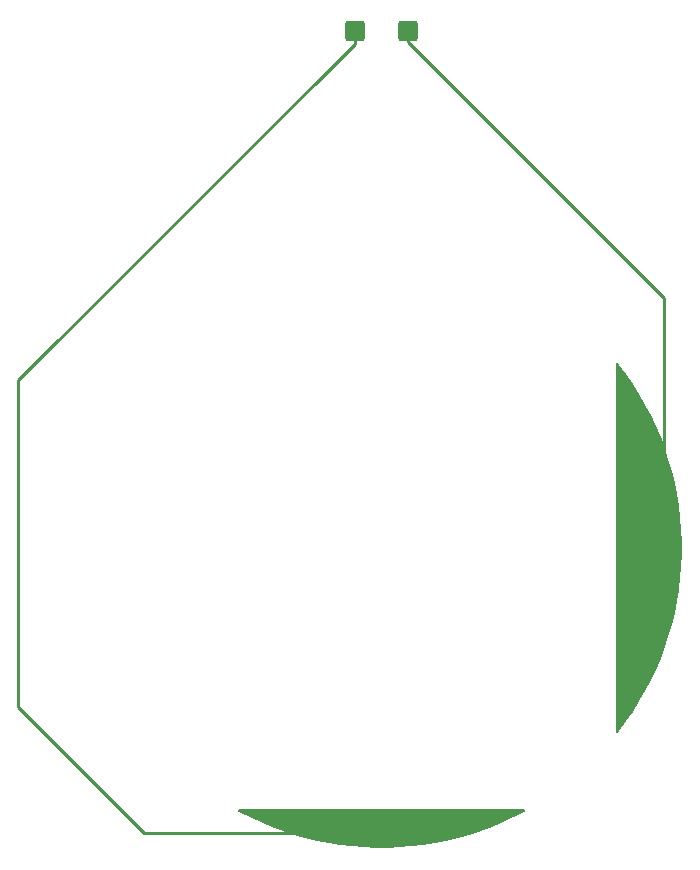
<source format=gbr>
%TF.GenerationSoftware,KiCad,Pcbnew,7.0.6*%
%TF.CreationDate,2024-02-05T15:04:14-06:00*%
%TF.ProjectId,TopProbeCard,546f7050-726f-4626-9543-6172642e6b69,rev?*%
%TF.SameCoordinates,Original*%
%TF.FileFunction,Copper,L2,Bot*%
%TF.FilePolarity,Positive*%
%FSLAX46Y46*%
G04 Gerber Fmt 4.6, Leading zero omitted, Abs format (unit mm)*
G04 Created by KiCad (PCBNEW 7.0.6) date 2024-02-05 15:04:14*
%MOMM*%
%LPD*%
G01*
G04 APERTURE LIST*
G04 Aperture macros list*
%AMRoundRect*
0 Rectangle with rounded corners*
0 $1 Rounding radius*
0 $2 $3 $4 $5 $6 $7 $8 $9 X,Y pos of 4 corners*
0 Add a 4 corners polygon primitive as box body*
4,1,4,$2,$3,$4,$5,$6,$7,$8,$9,$2,$3,0*
0 Add four circle primitives for the rounded corners*
1,1,$1+$1,$2,$3*
1,1,$1+$1,$4,$5*
1,1,$1+$1,$6,$7*
1,1,$1+$1,$8,$9*
0 Add four rect primitives between the rounded corners*
20,1,$1+$1,$2,$3,$4,$5,0*
20,1,$1+$1,$4,$5,$6,$7,0*
20,1,$1+$1,$6,$7,$8,$9,0*
20,1,$1+$1,$8,$9,$2,$3,0*%
G04 Aperture macros list end*
%TA.AperFunction,ComponentPad*%
%ADD10RoundRect,0.250000X-0.600000X-0.600000X0.600000X-0.600000X0.600000X0.600000X-0.600000X0.600000X0*%
%TD*%
%TA.AperFunction,Conductor*%
%ADD11C,0.250000*%
%TD*%
G04 APERTURE END LIST*
D10*
%TO.P,,1*%
%TO.N,N/C*%
X77250000Y-36224999D03*
%TD*%
%TO.P,,1*%
%TO.N,N/C*%
X72750000Y-36224999D03*
%TD*%
D11*
%TO.N,*%
X44220833Y-65831805D02*
X44220833Y-93450805D01*
X72750000Y-37302638D02*
X44220833Y-65831805D01*
X77250000Y-36224999D02*
X77250000Y-37174972D01*
X54895833Y-104125805D02*
X68559833Y-104125805D01*
X77250000Y-37174972D02*
X98938833Y-58863805D01*
X44220833Y-93450805D02*
X54895833Y-104125805D01*
X98938833Y-58863805D02*
X98938833Y-76081805D01*
X72750000Y-36224999D02*
X72750000Y-37302638D01*
%TD*%
%TA.AperFunction,NonConductor*%
G36*
X87084093Y-102134541D02*
G01*
X87129848Y-102187345D01*
X87139792Y-102256503D01*
X87110767Y-102320059D01*
X87077518Y-102347116D01*
X87056641Y-102358776D01*
X87052852Y-102360807D01*
X86163273Y-102817934D01*
X86158867Y-102820089D01*
X85252172Y-103241555D01*
X85247684Y-103243534D01*
X84325065Y-103628800D01*
X84320503Y-103630601D01*
X83383310Y-103979102D01*
X83378680Y-103980720D01*
X82428480Y-104291873D01*
X82423790Y-104293307D01*
X81462001Y-104566649D01*
X81457257Y-104567896D01*
X80485420Y-104802985D01*
X80480631Y-104804043D01*
X79500294Y-105000510D01*
X79495467Y-105001379D01*
X78508085Y-105158930D01*
X78503227Y-105159607D01*
X77510393Y-105277987D01*
X77505512Y-105278471D01*
X76508787Y-105357495D01*
X76503892Y-105357786D01*
X75504812Y-105397333D01*
X75499908Y-105397430D01*
X74500047Y-105397435D01*
X74495143Y-105397338D01*
X73496061Y-105357803D01*
X73491165Y-105357512D01*
X72494443Y-105278500D01*
X72489562Y-105278016D01*
X71496720Y-105159646D01*
X71491863Y-105158969D01*
X70504512Y-105001434D01*
X70499685Y-105000566D01*
X69519293Y-104804101D01*
X69514503Y-104803042D01*
X68542676Y-104567966D01*
X68537938Y-104566721D01*
X67576152Y-104293392D01*
X67571462Y-104291958D01*
X66621258Y-103980816D01*
X66616627Y-103979198D01*
X65679462Y-103630719D01*
X65674900Y-103628919D01*
X64752245Y-103243650D01*
X64747757Y-103241671D01*
X63841058Y-102820216D01*
X63836652Y-102818061D01*
X62947068Y-102360944D01*
X62943282Y-102358914D01*
X62922407Y-102347256D01*
X62873474Y-102297383D01*
X62859273Y-102228972D01*
X62884312Y-102163743D01*
X62940642Y-102122406D01*
X62982864Y-102114995D01*
X87017055Y-102114857D01*
X87084093Y-102134541D01*
G37*
%TD.AperFunction*%
%TA.AperFunction,NonConductor*%
G36*
X95009884Y-64357610D02*
G01*
X95025746Y-64374157D01*
X95117889Y-64490062D01*
X95120522Y-64493495D01*
X95718900Y-65302601D01*
X95721720Y-65306578D01*
X96287248Y-66138585D01*
X96289940Y-66142720D01*
X96821933Y-66996596D01*
X96824458Y-67000836D01*
X97322020Y-67875142D01*
X97324375Y-67879478D01*
X97786767Y-68772913D01*
X97788948Y-68777340D01*
X98215426Y-69688466D01*
X98217429Y-69692976D01*
X98607328Y-70620377D01*
X98609149Y-70624963D01*
X98961819Y-71567088D01*
X98963457Y-71571744D01*
X99278373Y-72527191D01*
X99279824Y-72531907D01*
X99556469Y-73499108D01*
X99557731Y-73503879D01*
X99795683Y-74481358D01*
X99796755Y-74486175D01*
X99995618Y-75472311D01*
X99996497Y-75477167D01*
X100155968Y-76470448D01*
X100156653Y-76475335D01*
X100276475Y-77474172D01*
X100276965Y-77479082D01*
X100356949Y-78481878D01*
X100357244Y-78486804D01*
X100397266Y-79492027D01*
X100397364Y-79496961D01*
X100397359Y-80502950D01*
X100397261Y-80507884D01*
X100357226Y-81513105D01*
X100356931Y-81518031D01*
X100276935Y-82520827D01*
X100276445Y-82525737D01*
X100156611Y-83524573D01*
X100155926Y-83529460D01*
X99996443Y-84522738D01*
X99995564Y-84527594D01*
X99796685Y-85513752D01*
X99795613Y-85518569D01*
X99557660Y-86496005D01*
X99556398Y-86500775D01*
X99279731Y-87468005D01*
X99278279Y-87472722D01*
X98963365Y-88428126D01*
X98961728Y-88432781D01*
X98609026Y-89374955D01*
X98607204Y-89379541D01*
X98217306Y-90306908D01*
X98215303Y-90311418D01*
X97788824Y-91222520D01*
X97786644Y-91226947D01*
X97324236Y-92120385D01*
X97321881Y-92124722D01*
X96824287Y-92999062D01*
X96821761Y-93003301D01*
X96289795Y-93857113D01*
X96287103Y-93861249D01*
X95721560Y-94693256D01*
X95718705Y-94697281D01*
X95120338Y-95506353D01*
X95117705Y-95509786D01*
X95025560Y-95625691D01*
X94968432Y-95665918D01*
X94898625Y-95668873D01*
X94838302Y-95633619D01*
X94806614Y-95571348D01*
X94804496Y-95548524D01*
X94804511Y-92999062D01*
X94804681Y-64451318D01*
X94824366Y-64384282D01*
X94877170Y-64338527D01*
X94946329Y-64328584D01*
X95009884Y-64357610D01*
G37*
%TD.AperFunction*%
M02*

</source>
